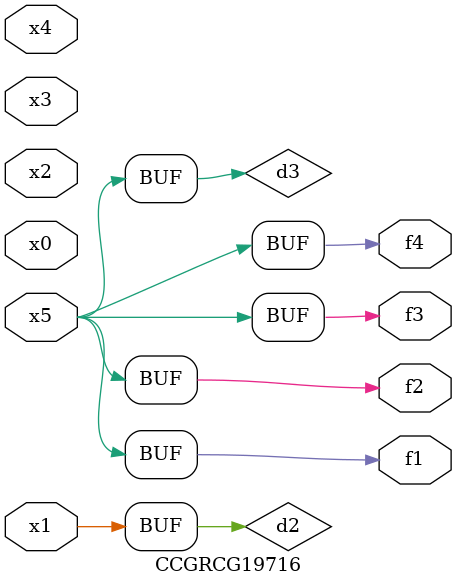
<source format=v>
module CCGRCG19716(
	input x0, x1, x2, x3, x4, x5,
	output f1, f2, f3, f4
);

	wire d1, d2, d3;

	not (d1, x5);
	or (d2, x1);
	xnor (d3, d1);
	assign f1 = d3;
	assign f2 = d3;
	assign f3 = d3;
	assign f4 = d3;
endmodule

</source>
